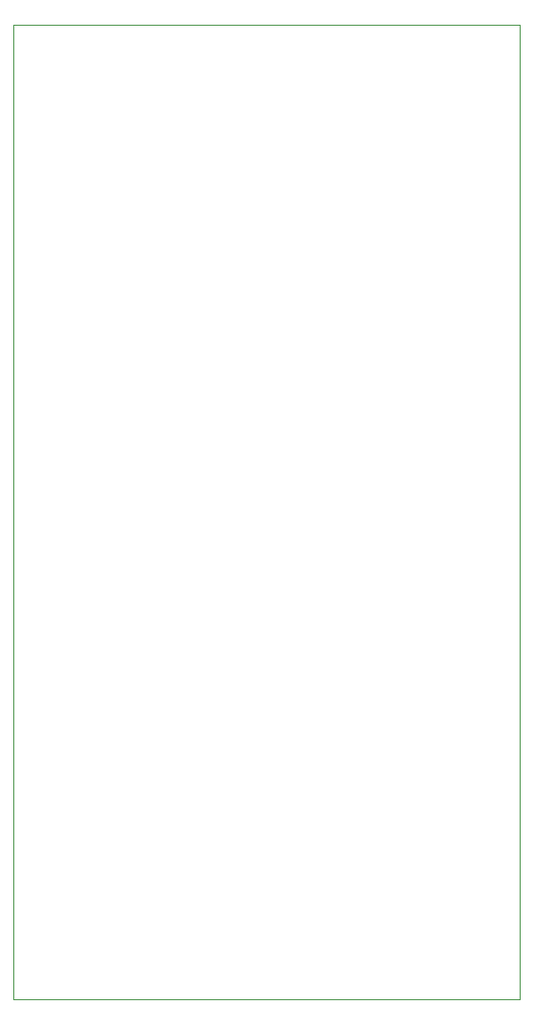
<source format=gbr>
%TF.GenerationSoftware,KiCad,Pcbnew,8.0.5*%
%TF.CreationDate,2024-10-24T17:31:16-06:00*%
%TF.ProjectId,fluxgate,666c7578-6761-4746-952e-6b696361645f,rev?*%
%TF.SameCoordinates,Original*%
%TF.FileFunction,Profile,NP*%
%FSLAX46Y46*%
G04 Gerber Fmt 4.6, Leading zero omitted, Abs format (unit mm)*
G04 Created by KiCad (PCBNEW 8.0.5) date 2024-10-24 17:31:16*
%MOMM*%
%LPD*%
G01*
G04 APERTURE LIST*
%TA.AperFunction,Profile*%
%ADD10C,0.050000*%
%TD*%
G04 APERTURE END LIST*
D10*
X153289000Y-29972000D02*
X198374000Y-29972000D01*
X198374000Y-116586000D01*
X153289000Y-116586000D01*
X153289000Y-29972000D01*
M02*

</source>
